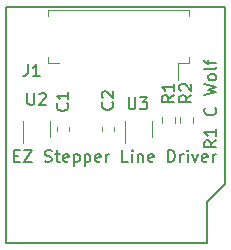
<source format=gbr>
%TF.GenerationSoftware,KiCad,Pcbnew,7.0.8*%
%TF.CreationDate,2023-12-24T04:11:35-08:00*%
%TF.ProjectId,EZ Teknic Converter - R1,455a2054-656b-46e6-9963-20436f6e7665,rev?*%
%TF.SameCoordinates,Original*%
%TF.FileFunction,Legend,Top*%
%TF.FilePolarity,Positive*%
%FSLAX46Y46*%
G04 Gerber Fmt 4.6, Leading zero omitted, Abs format (unit mm)*
G04 Created by KiCad (PCBNEW 7.0.8) date 2023-12-24 04:11:35*
%MOMM*%
%LPD*%
G01*
G04 APERTURE LIST*
%ADD10C,0.203200*%
%ADD11C,0.150000*%
%ADD12C,0.120000*%
G04 APERTURE END LIST*
D10*
X31109588Y128683096D02*
X31448255Y128683096D01*
X31593398Y128150906D02*
X31109588Y128150906D01*
X31109588Y128150906D02*
X31109588Y129166906D01*
X31109588Y129166906D02*
X31593398Y129166906D01*
X31932064Y129166906D02*
X32609398Y129166906D01*
X32609398Y129166906D02*
X31932064Y128150906D01*
X31932064Y128150906D02*
X32609398Y128150906D01*
X33722159Y128199287D02*
X33867302Y128150906D01*
X33867302Y128150906D02*
X34109207Y128150906D01*
X34109207Y128150906D02*
X34205969Y128199287D01*
X34205969Y128199287D02*
X34254350Y128247667D01*
X34254350Y128247667D02*
X34302731Y128344429D01*
X34302731Y128344429D02*
X34302731Y128441191D01*
X34302731Y128441191D02*
X34254350Y128537953D01*
X34254350Y128537953D02*
X34205969Y128586334D01*
X34205969Y128586334D02*
X34109207Y128634715D01*
X34109207Y128634715D02*
X33915683Y128683096D01*
X33915683Y128683096D02*
X33818921Y128731477D01*
X33818921Y128731477D02*
X33770540Y128779858D01*
X33770540Y128779858D02*
X33722159Y128876620D01*
X33722159Y128876620D02*
X33722159Y128973382D01*
X33722159Y128973382D02*
X33770540Y129070144D01*
X33770540Y129070144D02*
X33818921Y129118525D01*
X33818921Y129118525D02*
X33915683Y129166906D01*
X33915683Y129166906D02*
X34157588Y129166906D01*
X34157588Y129166906D02*
X34302731Y129118525D01*
X34593016Y128828239D02*
X34980064Y128828239D01*
X34738159Y129166906D02*
X34738159Y128296048D01*
X34738159Y128296048D02*
X34786540Y128199287D01*
X34786540Y128199287D02*
X34883302Y128150906D01*
X34883302Y128150906D02*
X34980064Y128150906D01*
X35705778Y128199287D02*
X35609016Y128150906D01*
X35609016Y128150906D02*
X35415492Y128150906D01*
X35415492Y128150906D02*
X35318730Y128199287D01*
X35318730Y128199287D02*
X35270349Y128296048D01*
X35270349Y128296048D02*
X35270349Y128683096D01*
X35270349Y128683096D02*
X35318730Y128779858D01*
X35318730Y128779858D02*
X35415492Y128828239D01*
X35415492Y128828239D02*
X35609016Y128828239D01*
X35609016Y128828239D02*
X35705778Y128779858D01*
X35705778Y128779858D02*
X35754159Y128683096D01*
X35754159Y128683096D02*
X35754159Y128586334D01*
X35754159Y128586334D02*
X35270349Y128489572D01*
X36189587Y128828239D02*
X36189587Y127812239D01*
X36189587Y128779858D02*
X36286349Y128828239D01*
X36286349Y128828239D02*
X36479873Y128828239D01*
X36479873Y128828239D02*
X36576635Y128779858D01*
X36576635Y128779858D02*
X36625016Y128731477D01*
X36625016Y128731477D02*
X36673397Y128634715D01*
X36673397Y128634715D02*
X36673397Y128344429D01*
X36673397Y128344429D02*
X36625016Y128247667D01*
X36625016Y128247667D02*
X36576635Y128199287D01*
X36576635Y128199287D02*
X36479873Y128150906D01*
X36479873Y128150906D02*
X36286349Y128150906D01*
X36286349Y128150906D02*
X36189587Y128199287D01*
X37108825Y128828239D02*
X37108825Y127812239D01*
X37108825Y128779858D02*
X37205587Y128828239D01*
X37205587Y128828239D02*
X37399111Y128828239D01*
X37399111Y128828239D02*
X37495873Y128779858D01*
X37495873Y128779858D02*
X37544254Y128731477D01*
X37544254Y128731477D02*
X37592635Y128634715D01*
X37592635Y128634715D02*
X37592635Y128344429D01*
X37592635Y128344429D02*
X37544254Y128247667D01*
X37544254Y128247667D02*
X37495873Y128199287D01*
X37495873Y128199287D02*
X37399111Y128150906D01*
X37399111Y128150906D02*
X37205587Y128150906D01*
X37205587Y128150906D02*
X37108825Y128199287D01*
X38415111Y128199287D02*
X38318349Y128150906D01*
X38318349Y128150906D02*
X38124825Y128150906D01*
X38124825Y128150906D02*
X38028063Y128199287D01*
X38028063Y128199287D02*
X37979682Y128296048D01*
X37979682Y128296048D02*
X37979682Y128683096D01*
X37979682Y128683096D02*
X38028063Y128779858D01*
X38028063Y128779858D02*
X38124825Y128828239D01*
X38124825Y128828239D02*
X38318349Y128828239D01*
X38318349Y128828239D02*
X38415111Y128779858D01*
X38415111Y128779858D02*
X38463492Y128683096D01*
X38463492Y128683096D02*
X38463492Y128586334D01*
X38463492Y128586334D02*
X37979682Y128489572D01*
X38898920Y128150906D02*
X38898920Y128828239D01*
X38898920Y128634715D02*
X38947301Y128731477D01*
X38947301Y128731477D02*
X38995682Y128779858D01*
X38995682Y128779858D02*
X39092444Y128828239D01*
X39092444Y128828239D02*
X39189206Y128828239D01*
X40785777Y128150906D02*
X40301967Y128150906D01*
X40301967Y128150906D02*
X40301967Y129166906D01*
X41124443Y128150906D02*
X41124443Y128828239D01*
X41124443Y129166906D02*
X41076062Y129118525D01*
X41076062Y129118525D02*
X41124443Y129070144D01*
X41124443Y129070144D02*
X41172824Y129118525D01*
X41172824Y129118525D02*
X41124443Y129166906D01*
X41124443Y129166906D02*
X41124443Y129070144D01*
X41608253Y128828239D02*
X41608253Y128150906D01*
X41608253Y128731477D02*
X41656634Y128779858D01*
X41656634Y128779858D02*
X41753396Y128828239D01*
X41753396Y128828239D02*
X41898539Y128828239D01*
X41898539Y128828239D02*
X41995301Y128779858D01*
X41995301Y128779858D02*
X42043682Y128683096D01*
X42043682Y128683096D02*
X42043682Y128150906D01*
X42914539Y128199287D02*
X42817777Y128150906D01*
X42817777Y128150906D02*
X42624253Y128150906D01*
X42624253Y128150906D02*
X42527491Y128199287D01*
X42527491Y128199287D02*
X42479110Y128296048D01*
X42479110Y128296048D02*
X42479110Y128683096D01*
X42479110Y128683096D02*
X42527491Y128779858D01*
X42527491Y128779858D02*
X42624253Y128828239D01*
X42624253Y128828239D02*
X42817777Y128828239D01*
X42817777Y128828239D02*
X42914539Y128779858D01*
X42914539Y128779858D02*
X42962920Y128683096D01*
X42962920Y128683096D02*
X42962920Y128586334D01*
X42962920Y128586334D02*
X42479110Y128489572D01*
X44172443Y128150906D02*
X44172443Y129166906D01*
X44172443Y129166906D02*
X44414348Y129166906D01*
X44414348Y129166906D02*
X44559491Y129118525D01*
X44559491Y129118525D02*
X44656253Y129021763D01*
X44656253Y129021763D02*
X44704634Y128925001D01*
X44704634Y128925001D02*
X44753015Y128731477D01*
X44753015Y128731477D02*
X44753015Y128586334D01*
X44753015Y128586334D02*
X44704634Y128392810D01*
X44704634Y128392810D02*
X44656253Y128296048D01*
X44656253Y128296048D02*
X44559491Y128199287D01*
X44559491Y128199287D02*
X44414348Y128150906D01*
X44414348Y128150906D02*
X44172443Y128150906D01*
X45188443Y128150906D02*
X45188443Y128828239D01*
X45188443Y128634715D02*
X45236824Y128731477D01*
X45236824Y128731477D02*
X45285205Y128779858D01*
X45285205Y128779858D02*
X45381967Y128828239D01*
X45381967Y128828239D02*
X45478729Y128828239D01*
X45817395Y128150906D02*
X45817395Y128828239D01*
X45817395Y129166906D02*
X45769014Y129118525D01*
X45769014Y129118525D02*
X45817395Y129070144D01*
X45817395Y129070144D02*
X45865776Y129118525D01*
X45865776Y129118525D02*
X45817395Y129166906D01*
X45817395Y129166906D02*
X45817395Y129070144D01*
X46204443Y128828239D02*
X46446348Y128150906D01*
X46446348Y128150906D02*
X46688253Y128828239D01*
X47462348Y128199287D02*
X47365586Y128150906D01*
X47365586Y128150906D02*
X47172062Y128150906D01*
X47172062Y128150906D02*
X47075300Y128199287D01*
X47075300Y128199287D02*
X47026919Y128296048D01*
X47026919Y128296048D02*
X47026919Y128683096D01*
X47026919Y128683096D02*
X47075300Y128779858D01*
X47075300Y128779858D02*
X47172062Y128828239D01*
X47172062Y128828239D02*
X47365586Y128828239D01*
X47365586Y128828239D02*
X47462348Y128779858D01*
X47462348Y128779858D02*
X47510729Y128683096D01*
X47510729Y128683096D02*
X47510729Y128586334D01*
X47510729Y128586334D02*
X47026919Y128489572D01*
X47946157Y128150906D02*
X47946157Y128828239D01*
X47946157Y128634715D02*
X47994538Y128731477D01*
X47994538Y128731477D02*
X48042919Y128779858D01*
X48042919Y128779858D02*
X48139681Y128828239D01*
X48139681Y128828239D02*
X48236443Y128828239D01*
X48252093Y129988160D02*
X47768284Y129649493D01*
X48252093Y129407588D02*
X47236093Y129407588D01*
X47236093Y129407588D02*
X47236093Y129794636D01*
X47236093Y129794636D02*
X47284474Y129891398D01*
X47284474Y129891398D02*
X47332855Y129939779D01*
X47332855Y129939779D02*
X47429617Y129988160D01*
X47429617Y129988160D02*
X47574760Y129988160D01*
X47574760Y129988160D02*
X47671522Y129939779D01*
X47671522Y129939779D02*
X47719903Y129891398D01*
X47719903Y129891398D02*
X47768284Y129794636D01*
X47768284Y129794636D02*
X47768284Y129407588D01*
X48252093Y130955779D02*
X48252093Y130375207D01*
X48252093Y130665493D02*
X47236093Y130665493D01*
X47236093Y130665493D02*
X47381236Y130568731D01*
X47381236Y130568731D02*
X47477998Y130471969D01*
X47477998Y130471969D02*
X47526379Y130375207D01*
X48155332Y132745874D02*
X48203713Y132697493D01*
X48203713Y132697493D02*
X48252093Y132552350D01*
X48252093Y132552350D02*
X48252093Y132455588D01*
X48252093Y132455588D02*
X48203713Y132310445D01*
X48203713Y132310445D02*
X48106951Y132213683D01*
X48106951Y132213683D02*
X48010189Y132165302D01*
X48010189Y132165302D02*
X47816665Y132116921D01*
X47816665Y132116921D02*
X47671522Y132116921D01*
X47671522Y132116921D02*
X47477998Y132165302D01*
X47477998Y132165302D02*
X47381236Y132213683D01*
X47381236Y132213683D02*
X47284474Y132310445D01*
X47284474Y132310445D02*
X47236093Y132455588D01*
X47236093Y132455588D02*
X47236093Y132552350D01*
X47236093Y132552350D02*
X47284474Y132697493D01*
X47284474Y132697493D02*
X47332855Y132745874D01*
X47236093Y133858635D02*
X48252093Y134100540D01*
X48252093Y134100540D02*
X47526379Y134294064D01*
X47526379Y134294064D02*
X48252093Y134487588D01*
X48252093Y134487588D02*
X47236093Y134729493D01*
X48252093Y135261683D02*
X48203713Y135164921D01*
X48203713Y135164921D02*
X48155332Y135116540D01*
X48155332Y135116540D02*
X48058570Y135068159D01*
X48058570Y135068159D02*
X47768284Y135068159D01*
X47768284Y135068159D02*
X47671522Y135116540D01*
X47671522Y135116540D02*
X47623141Y135164921D01*
X47623141Y135164921D02*
X47574760Y135261683D01*
X47574760Y135261683D02*
X47574760Y135406826D01*
X47574760Y135406826D02*
X47623141Y135503588D01*
X47623141Y135503588D02*
X47671522Y135551969D01*
X47671522Y135551969D02*
X47768284Y135600350D01*
X47768284Y135600350D02*
X48058570Y135600350D01*
X48058570Y135600350D02*
X48155332Y135551969D01*
X48155332Y135551969D02*
X48203713Y135503588D01*
X48203713Y135503588D02*
X48252093Y135406826D01*
X48252093Y135406826D02*
X48252093Y135261683D01*
X48252093Y136180921D02*
X48203713Y136084159D01*
X48203713Y136084159D02*
X48106951Y136035778D01*
X48106951Y136035778D02*
X47236093Y136035778D01*
X47574760Y136422825D02*
X47574760Y136809873D01*
X48252093Y136567968D02*
X47381236Y136567968D01*
X47381236Y136567968D02*
X47284474Y136616349D01*
X47284474Y136616349D02*
X47236093Y136713111D01*
X47236093Y136713111D02*
X47236093Y136809873D01*
D11*
X35639580Y133118333D02*
X35687200Y133070714D01*
X35687200Y133070714D02*
X35734819Y132927857D01*
X35734819Y132927857D02*
X35734819Y132832619D01*
X35734819Y132832619D02*
X35687200Y132689762D01*
X35687200Y132689762D02*
X35591961Y132594524D01*
X35591961Y132594524D02*
X35496723Y132546905D01*
X35496723Y132546905D02*
X35306247Y132499286D01*
X35306247Y132499286D02*
X35163390Y132499286D01*
X35163390Y132499286D02*
X34972914Y132546905D01*
X34972914Y132546905D02*
X34877676Y132594524D01*
X34877676Y132594524D02*
X34782438Y132689762D01*
X34782438Y132689762D02*
X34734819Y132832619D01*
X34734819Y132832619D02*
X34734819Y132927857D01*
X34734819Y132927857D02*
X34782438Y133070714D01*
X34782438Y133070714D02*
X34830057Y133118333D01*
X35734819Y134070714D02*
X35734819Y133499286D01*
X35734819Y133785000D02*
X34734819Y133785000D01*
X34734819Y133785000D02*
X34877676Y133689762D01*
X34877676Y133689762D02*
X34972914Y133594524D01*
X34972914Y133594524D02*
X35020533Y133499286D01*
X32258095Y133982180D02*
X32258095Y133172657D01*
X32258095Y133172657D02*
X32305714Y133077419D01*
X32305714Y133077419D02*
X32353333Y133029800D01*
X32353333Y133029800D02*
X32448571Y132982180D01*
X32448571Y132982180D02*
X32639047Y132982180D01*
X32639047Y132982180D02*
X32734285Y133029800D01*
X32734285Y133029800D02*
X32781904Y133077419D01*
X32781904Y133077419D02*
X32829523Y133172657D01*
X32829523Y133172657D02*
X32829523Y133982180D01*
X33258095Y133886942D02*
X33305714Y133934561D01*
X33305714Y133934561D02*
X33400952Y133982180D01*
X33400952Y133982180D02*
X33639047Y133982180D01*
X33639047Y133982180D02*
X33734285Y133934561D01*
X33734285Y133934561D02*
X33781904Y133886942D01*
X33781904Y133886942D02*
X33829523Y133791704D01*
X33829523Y133791704D02*
X33829523Y133696466D01*
X33829523Y133696466D02*
X33781904Y133553609D01*
X33781904Y133553609D02*
X33210476Y132982180D01*
X33210476Y132982180D02*
X33829523Y132982180D01*
X46134819Y133818333D02*
X45658628Y133485000D01*
X46134819Y133246905D02*
X45134819Y133246905D01*
X45134819Y133246905D02*
X45134819Y133627857D01*
X45134819Y133627857D02*
X45182438Y133723095D01*
X45182438Y133723095D02*
X45230057Y133770714D01*
X45230057Y133770714D02*
X45325295Y133818333D01*
X45325295Y133818333D02*
X45468152Y133818333D01*
X45468152Y133818333D02*
X45563390Y133770714D01*
X45563390Y133770714D02*
X45611009Y133723095D01*
X45611009Y133723095D02*
X45658628Y133627857D01*
X45658628Y133627857D02*
X45658628Y133246905D01*
X45230057Y134199286D02*
X45182438Y134246905D01*
X45182438Y134246905D02*
X45134819Y134342143D01*
X45134819Y134342143D02*
X45134819Y134580238D01*
X45134819Y134580238D02*
X45182438Y134675476D01*
X45182438Y134675476D02*
X45230057Y134723095D01*
X45230057Y134723095D02*
X45325295Y134770714D01*
X45325295Y134770714D02*
X45420533Y134770714D01*
X45420533Y134770714D02*
X45563390Y134723095D01*
X45563390Y134723095D02*
X46134819Y134151667D01*
X46134819Y134151667D02*
X46134819Y134770714D01*
X44634819Y133818333D02*
X44158628Y133485000D01*
X44634819Y133246905D02*
X43634819Y133246905D01*
X43634819Y133246905D02*
X43634819Y133627857D01*
X43634819Y133627857D02*
X43682438Y133723095D01*
X43682438Y133723095D02*
X43730057Y133770714D01*
X43730057Y133770714D02*
X43825295Y133818333D01*
X43825295Y133818333D02*
X43968152Y133818333D01*
X43968152Y133818333D02*
X44063390Y133770714D01*
X44063390Y133770714D02*
X44111009Y133723095D01*
X44111009Y133723095D02*
X44158628Y133627857D01*
X44158628Y133627857D02*
X44158628Y133246905D01*
X44634819Y134770714D02*
X44634819Y134199286D01*
X44634819Y134485000D02*
X43634819Y134485000D01*
X43634819Y134485000D02*
X43777676Y134389762D01*
X43777676Y134389762D02*
X43872914Y134294524D01*
X43872914Y134294524D02*
X43920533Y134199286D01*
X40818095Y133630180D02*
X40818095Y132820657D01*
X40818095Y132820657D02*
X40865714Y132725419D01*
X40865714Y132725419D02*
X40913333Y132677800D01*
X40913333Y132677800D02*
X41008571Y132630180D01*
X41008571Y132630180D02*
X41199047Y132630180D01*
X41199047Y132630180D02*
X41294285Y132677800D01*
X41294285Y132677800D02*
X41341904Y132725419D01*
X41341904Y132725419D02*
X41389523Y132820657D01*
X41389523Y132820657D02*
X41389523Y133630180D01*
X41770476Y133630180D02*
X42389523Y133630180D01*
X42389523Y133630180D02*
X42056190Y133249228D01*
X42056190Y133249228D02*
X42199047Y133249228D01*
X42199047Y133249228D02*
X42294285Y133201609D01*
X42294285Y133201609D02*
X42341904Y133153990D01*
X42341904Y133153990D02*
X42389523Y133058752D01*
X42389523Y133058752D02*
X42389523Y132820657D01*
X42389523Y132820657D02*
X42341904Y132725419D01*
X42341904Y132725419D02*
X42294285Y132677800D01*
X42294285Y132677800D02*
X42199047Y132630180D01*
X42199047Y132630180D02*
X41913333Y132630180D01*
X41913333Y132630180D02*
X41818095Y132677800D01*
X41818095Y132677800D02*
X41770476Y132725419D01*
X32305666Y136435180D02*
X32305666Y135720895D01*
X32305666Y135720895D02*
X32258047Y135578038D01*
X32258047Y135578038D02*
X32162809Y135482800D01*
X32162809Y135482800D02*
X32019952Y135435180D01*
X32019952Y135435180D02*
X31924714Y135435180D01*
X33305666Y135435180D02*
X32734238Y135435180D01*
X33019952Y135435180D02*
X33019952Y136435180D01*
X33019952Y136435180D02*
X32924714Y136292323D01*
X32924714Y136292323D02*
X32829476Y136197085D01*
X32829476Y136197085D02*
X32734238Y136149466D01*
X39439580Y133218333D02*
X39487200Y133170714D01*
X39487200Y133170714D02*
X39534819Y133027857D01*
X39534819Y133027857D02*
X39534819Y132932619D01*
X39534819Y132932619D02*
X39487200Y132789762D01*
X39487200Y132789762D02*
X39391961Y132694524D01*
X39391961Y132694524D02*
X39296723Y132646905D01*
X39296723Y132646905D02*
X39106247Y132599286D01*
X39106247Y132599286D02*
X38963390Y132599286D01*
X38963390Y132599286D02*
X38772914Y132646905D01*
X38772914Y132646905D02*
X38677676Y132694524D01*
X38677676Y132694524D02*
X38582438Y132789762D01*
X38582438Y132789762D02*
X38534819Y132932619D01*
X38534819Y132932619D02*
X38534819Y133027857D01*
X38534819Y133027857D02*
X38582438Y133170714D01*
X38582438Y133170714D02*
X38630057Y133218333D01*
X38630057Y133599286D02*
X38582438Y133646905D01*
X38582438Y133646905D02*
X38534819Y133742143D01*
X38534819Y133742143D02*
X38534819Y133980238D01*
X38534819Y133980238D02*
X38582438Y134075476D01*
X38582438Y134075476D02*
X38630057Y134123095D01*
X38630057Y134123095D02*
X38725295Y134170714D01*
X38725295Y134170714D02*
X38820533Y134170714D01*
X38820533Y134170714D02*
X38963390Y134123095D01*
X38963390Y134123095D02*
X39534819Y133551667D01*
X39534819Y133551667D02*
X39534819Y134170714D01*
%TO.C,U1*%
X30480000Y141285000D02*
X30480000Y121285000D01*
X30480000Y121285000D02*
X47480000Y121285000D01*
X47480000Y121285000D02*
X47480000Y124785000D01*
X48980000Y141285000D02*
X30480000Y141285000D01*
X48980000Y126285000D02*
X47480000Y124785000D01*
X48980000Y126285000D02*
X48980000Y141285000D01*
D12*
%TO.C,C1*%
X35816000Y131077580D02*
X35816000Y130796420D01*
X34796000Y131077580D02*
X34796000Y130796420D01*
%TO.C,U2*%
X34180000Y130237000D02*
X34180000Y131637000D01*
X31860000Y131637000D02*
X31860000Y129737000D01*
%TO.C,R2*%
X46242500Y131936258D02*
X46242500Y131461742D01*
X45197500Y131936258D02*
X45197500Y131461742D01*
%TO.C,R1*%
X43673500Y131461742D02*
X43673500Y131936258D01*
X44718500Y131461742D02*
X44718500Y131936258D01*
%TO.C,U3*%
X42816000Y130237000D02*
X42816000Y131637000D01*
X40496000Y131637000D02*
X40496000Y129737000D01*
%TO.C,J1*%
X45965000Y136575000D02*
X45015000Y136575000D01*
X45965000Y137025000D02*
X45965000Y136575000D01*
X45965000Y140545000D02*
X45965000Y140995000D01*
X45965000Y140995000D02*
X33995000Y140995000D01*
X45015000Y136575000D02*
X45015000Y135085000D01*
X33995000Y136575000D02*
X34945000Y136575000D01*
X33995000Y137025000D02*
X33995000Y136575000D01*
X33995000Y140995000D02*
X33995000Y140545000D01*
%TO.C,C2*%
X39626000Y131077580D02*
X39626000Y130796420D01*
X38606000Y131077580D02*
X38606000Y130796420D01*
%TD*%
M02*

</source>
